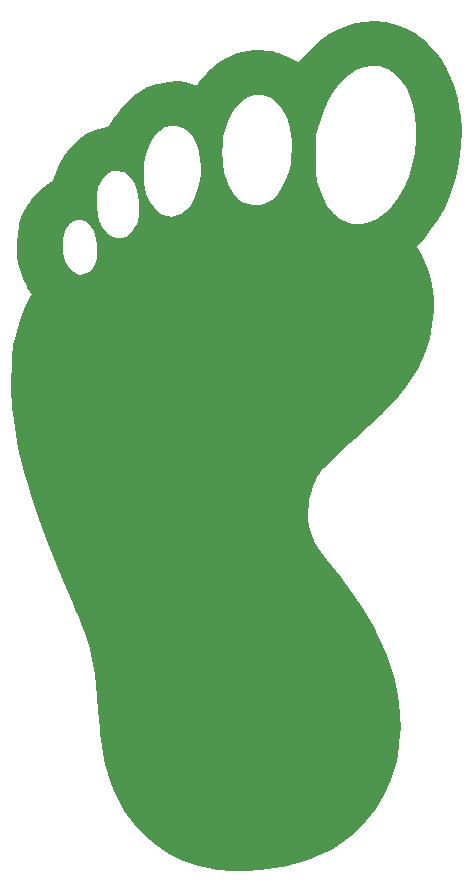
<source format=gbr>
%TF.GenerationSoftware,KiCad,Pcbnew,7.0.5-4d25ed1034~172~ubuntu22.04.1*%
%TF.CreationDate,2023-06-12T10:59:29-06:00*%
%TF.ProjectId,sao-2023-foot,73616f2d-3230-4323-932d-666f6f742e6b,rev?*%
%TF.SameCoordinates,Original*%
%TF.FileFunction,Copper,L1,Top*%
%TF.FilePolarity,Positive*%
%FSLAX46Y46*%
G04 Gerber Fmt 4.6, Leading zero omitted, Abs format (unit mm)*
G04 Created by KiCad (PCBNEW 7.0.5-4d25ed1034~172~ubuntu22.04.1) date 2023-06-12 10:59:29*
%MOMM*%
%LPD*%
G01*
G04 APERTURE LIST*
G04 APERTURE END LIST*
%TA.AperFunction,Conductor*%
%TO.N,GND*%
G36*
X160225307Y-59151883D02*
G01*
X161228133Y-59217900D01*
X161246252Y-59220446D01*
X162163679Y-59419318D01*
X162183048Y-59425208D01*
X163040360Y-59764574D01*
X163058289Y-59773403D01*
X163876708Y-60262072D01*
X163891182Y-60272178D01*
X164381814Y-60669576D01*
X164694502Y-60922844D01*
X164697799Y-60925713D01*
X164824758Y-61044291D01*
X164827396Y-61046907D01*
X165455007Y-61707748D01*
X165459667Y-61713267D01*
X165987237Y-62417846D01*
X165991169Y-62423780D01*
X166089273Y-62592073D01*
X166445855Y-63203778D01*
X166461603Y-63230792D01*
X166463304Y-63233914D01*
X166550051Y-63404514D01*
X166551954Y-63408625D01*
X167025655Y-64538826D01*
X167028123Y-64545879D01*
X167372442Y-65759727D01*
X167373926Y-65766304D01*
X167564782Y-66894027D01*
X167590259Y-67044561D01*
X167590988Y-67050740D01*
X167680091Y-68372409D01*
X167680208Y-68378303D01*
X167642902Y-69722283D01*
X167642476Y-69728015D01*
X167479657Y-71073237D01*
X167478698Y-71078928D01*
X167191321Y-72404332D01*
X167189780Y-72410089D01*
X166778854Y-73694628D01*
X166776628Y-73700533D01*
X166242749Y-74924275D01*
X166240777Y-74928376D01*
X166151850Y-75097171D01*
X166019888Y-75347650D01*
X166018278Y-75350517D01*
X165663727Y-75944716D01*
X165581014Y-76083335D01*
X165578470Y-76087255D01*
X165098658Y-76768889D01*
X165095932Y-76772478D01*
X164528285Y-77465845D01*
X164526797Y-77467595D01*
X164357965Y-77658898D01*
X163877314Y-78196400D01*
X163871469Y-78201439D01*
X163868109Y-78206183D01*
X163866836Y-78207806D01*
X163866129Y-78208902D01*
X163866906Y-78210656D01*
X163866912Y-78210672D01*
X163867864Y-78212379D01*
X163870547Y-78217914D01*
X163875896Y-78224135D01*
X164027269Y-78460318D01*
X164028765Y-78462776D01*
X164138979Y-78653842D01*
X164140098Y-78655868D01*
X164293430Y-78946205D01*
X164294040Y-78947392D01*
X164397086Y-79153115D01*
X164462433Y-79283575D01*
X164505479Y-79372548D01*
X164511234Y-79384442D01*
X164513174Y-79388888D01*
X164891027Y-80356246D01*
X164893522Y-80364154D01*
X165150332Y-81419619D01*
X165151639Y-81426813D01*
X165287401Y-82545376D01*
X165287848Y-82552099D01*
X165301855Y-83706358D01*
X165301593Y-83712866D01*
X165193297Y-84875455D01*
X165192336Y-84881986D01*
X164961279Y-86025709D01*
X164959619Y-86032133D01*
X164645554Y-87025122D01*
X164643706Y-87030187D01*
X164316796Y-87818131D01*
X164314960Y-87822148D01*
X163933490Y-88583461D01*
X163931281Y-88587488D01*
X163484275Y-89335615D01*
X163481856Y-89339351D01*
X162958005Y-90088296D01*
X162955579Y-90091534D01*
X162343562Y-90855209D01*
X162341310Y-90857864D01*
X161629846Y-91650065D01*
X161627884Y-91652152D01*
X160982158Y-92307563D01*
X160805766Y-92486600D01*
X160804142Y-92488188D01*
X159860203Y-93378582D01*
X159858918Y-93379760D01*
X158781661Y-94340123D01*
X158623699Y-94477362D01*
X157883968Y-95124258D01*
X157883794Y-95124400D01*
X157882322Y-95125698D01*
X157879416Y-95128301D01*
X157879293Y-95128426D01*
X157266757Y-95679890D01*
X157264723Y-95681462D01*
X157260330Y-95685646D01*
X157259198Y-95686698D01*
X157258612Y-95687228D01*
X157257996Y-95687856D01*
X156744968Y-96172782D01*
X156743918Y-96173672D01*
X156743163Y-96174439D01*
X156741712Y-96175864D01*
X156740324Y-96177182D01*
X156739353Y-96178320D01*
X156319491Y-96606258D01*
X156318276Y-96607367D01*
X156317828Y-96607870D01*
X156316154Y-96609672D01*
X156315759Y-96610080D01*
X156314766Y-96611337D01*
X155972469Y-97000475D01*
X155971157Y-97001800D01*
X155970698Y-97002386D01*
X155969167Y-97004262D01*
X155968557Y-97004978D01*
X155967506Y-97006565D01*
X155689669Y-97372627D01*
X155688328Y-97374238D01*
X155687300Y-97375724D01*
X155686281Y-97377519D01*
X155459036Y-97737272D01*
X155457438Y-97739546D01*
X155456937Y-97740422D01*
X155455798Y-97742955D01*
X155266399Y-98111517D01*
X155265387Y-98113255D01*
X155264145Y-98115925D01*
X155263474Y-98117811D01*
X155098529Y-98511232D01*
X155097743Y-98512821D01*
X155097429Y-98513688D01*
X155096478Y-98516145D01*
X155096330Y-98516502D01*
X155095877Y-98518013D01*
X154960992Y-98895630D01*
X154960351Y-98897160D01*
X154960196Y-98897675D01*
X154959432Y-98900031D01*
X154959147Y-98900851D01*
X154958764Y-98902518D01*
X154836270Y-99320127D01*
X154835364Y-99322777D01*
X154835327Y-99322932D01*
X154834924Y-99325712D01*
X154754852Y-99747110D01*
X154754311Y-99749346D01*
X154754062Y-99751070D01*
X154753947Y-99753362D01*
X154705497Y-100243623D01*
X154705247Y-100245135D01*
X154705144Y-100246833D01*
X154705006Y-100248654D01*
X154704871Y-100250132D01*
X154704878Y-100251554D01*
X154690483Y-100512508D01*
X154690275Y-100514198D01*
X154690258Y-100515697D01*
X154690194Y-100517896D01*
X154690113Y-100519596D01*
X154690228Y-100521304D01*
X154687382Y-101241876D01*
X154687279Y-101244358D01*
X154687628Y-101246778D01*
X154757059Y-101895601D01*
X154757207Y-101897448D01*
X154757693Y-101899184D01*
X154911304Y-102505704D01*
X154911661Y-102507241D01*
X154912373Y-102508827D01*
X155161590Y-103102661D01*
X155162345Y-103104620D01*
X155163491Y-103106449D01*
X155519419Y-103717747D01*
X155520733Y-103720299D01*
X155521192Y-103721007D01*
X155522959Y-103723230D01*
X155997319Y-104383403D01*
X155998279Y-104384932D01*
X155998618Y-104385356D01*
X156000610Y-104387986D01*
X156001152Y-104388743D01*
X156002430Y-104390134D01*
X156293418Y-104755266D01*
X157454144Y-106222568D01*
X157455552Y-106224420D01*
X157775420Y-106662081D01*
X158476652Y-107621546D01*
X158478257Y-107623850D01*
X159368219Y-108965381D01*
X159369948Y-108968143D01*
X160136596Y-110267811D01*
X160138379Y-110271052D01*
X160789568Y-111542636D01*
X160791293Y-111546293D01*
X161334898Y-112803642D01*
X161336452Y-112807603D01*
X161780445Y-114064906D01*
X161781544Y-114068331D01*
X162027522Y-114919125D01*
X162028626Y-114923551D01*
X162288487Y-116156941D01*
X162316921Y-116291899D01*
X162317870Y-116297798D01*
X162474870Y-117702489D01*
X162475244Y-117708259D01*
X162500682Y-119116300D01*
X162500508Y-119122198D01*
X162475593Y-119444538D01*
X162394040Y-120499622D01*
X162393225Y-120505934D01*
X162154334Y-121820392D01*
X162153496Y-121824288D01*
X162108631Y-122004460D01*
X162107584Y-122008170D01*
X161676133Y-123372873D01*
X161673696Y-123379312D01*
X161111299Y-124647408D01*
X161108014Y-124653791D01*
X160419181Y-125820533D01*
X160415032Y-125826688D01*
X159604632Y-126886065D01*
X159599663Y-126891798D01*
X158672500Y-127837801D01*
X158666811Y-127842930D01*
X157627632Y-128669526D01*
X157621376Y-128673902D01*
X156736327Y-129215135D01*
X156473673Y-129375755D01*
X156469654Y-129378012D01*
X156198868Y-129517065D01*
X156195354Y-129518732D01*
X155063767Y-130012811D01*
X155058266Y-130014908D01*
X153837744Y-130414958D01*
X153832588Y-130416404D01*
X152501050Y-130728718D01*
X152496748Y-130729568D01*
X151195332Y-130939156D01*
X151192568Y-130939538D01*
X150682568Y-130998279D01*
X150680705Y-130998465D01*
X150195481Y-131039557D01*
X150193507Y-131039693D01*
X149759064Y-131062554D01*
X149756523Y-131062636D01*
X149398931Y-131066775D01*
X149394618Y-131066674D01*
X149222178Y-131056635D01*
X149140677Y-131051890D01*
X149138758Y-131051657D01*
X149138447Y-131051657D01*
X149134892Y-131051555D01*
X149134679Y-131051542D01*
X149132762Y-131051662D01*
X148580646Y-131052446D01*
X148580023Y-131052410D01*
X148576963Y-131052451D01*
X148573850Y-131052479D01*
X148573056Y-131052545D01*
X148505784Y-131054189D01*
X148263797Y-131060103D01*
X148260863Y-131060105D01*
X147879673Y-131051374D01*
X147877474Y-131051285D01*
X147829832Y-131048497D01*
X147459357Y-131026820D01*
X147457198Y-131026656D01*
X147112029Y-130994339D01*
X147035266Y-130987152D01*
X147032816Y-130986873D01*
X146904040Y-130969614D01*
X146683520Y-130940059D01*
X146678609Y-130939198D01*
X145329455Y-130646032D01*
X145322393Y-130644053D01*
X144913056Y-130502753D01*
X144055416Y-130206703D01*
X144048393Y-130203786D01*
X142868408Y-129626395D01*
X142861646Y-129622543D01*
X141774508Y-128909430D01*
X141768231Y-128904719D01*
X141687722Y-128835926D01*
X140779747Y-128060084D01*
X140774166Y-128054672D01*
X139890235Y-127082701D01*
X139885464Y-127076757D01*
X139111676Y-125981072D01*
X139108408Y-125975923D01*
X138663677Y-125191991D01*
X138661725Y-125188260D01*
X138252397Y-124336812D01*
X138250776Y-124333138D01*
X137904903Y-123473355D01*
X137903429Y-123469282D01*
X137615332Y-122576844D01*
X137614164Y-122572751D01*
X137472911Y-122004460D01*
X137378087Y-121622961D01*
X137377279Y-121619220D01*
X137187549Y-120587373D01*
X137187050Y-120584205D01*
X137176425Y-120503006D01*
X137038078Y-119445757D01*
X137037805Y-119443270D01*
X137008756Y-119119186D01*
X136924004Y-118173647D01*
X136923899Y-118172315D01*
X136881277Y-117528360D01*
X136881276Y-117528359D01*
X136881261Y-117528142D01*
X136879796Y-117506001D01*
X136879775Y-117505916D01*
X136804149Y-116375139D01*
X136804290Y-116372807D01*
X136803152Y-116359967D01*
X136803033Y-116358411D01*
X136802529Y-116350473D01*
X136802124Y-116348183D01*
X136714386Y-115341315D01*
X136714458Y-115337717D01*
X136713396Y-115329335D01*
X136713106Y-115326540D01*
X136712580Y-115320059D01*
X136711922Y-115316899D01*
X136606137Y-114416619D01*
X136606060Y-114412566D01*
X136604989Y-114406141D01*
X136604524Y-114402791D01*
X136604078Y-114398785D01*
X136603253Y-114395277D01*
X136551071Y-114066211D01*
X136472124Y-113568354D01*
X136471807Y-113564339D01*
X136470975Y-113560455D01*
X136470289Y-113556691D01*
X136470208Y-113556153D01*
X136469670Y-113554253D01*
X136306152Y-112771234D01*
X136305645Y-112766873D01*
X136304341Y-112762021D01*
X136303448Y-112758233D01*
X136302809Y-112755080D01*
X136301481Y-112751226D01*
X136100279Y-111989428D01*
X136099537Y-111985166D01*
X136098168Y-111980970D01*
X136097009Y-111976968D01*
X136096279Y-111974089D01*
X136094736Y-111970242D01*
X135959728Y-111546293D01*
X135848103Y-111195770D01*
X135847270Y-111192007D01*
X135845203Y-111186425D01*
X135844187Y-111183454D01*
X135842679Y-111178651D01*
X135841106Y-111175248D01*
X135837453Y-111165269D01*
X135543183Y-110361273D01*
X135542370Y-110357898D01*
X135538741Y-110349003D01*
X135537845Y-110346673D01*
X135535458Y-110340073D01*
X135533969Y-110337177D01*
X135175631Y-109448057D01*
X135175071Y-109446195D01*
X135171376Y-109437498D01*
X135170207Y-109434608D01*
X135169786Y-109433771D01*
X134970487Y-108966739D01*
X134819968Y-108614015D01*
X134396426Y-107623856D01*
X133985017Y-106662060D01*
X133234626Y-104840968D01*
X132564967Y-103138446D01*
X131972399Y-101542697D01*
X131971971Y-101541502D01*
X131452697Y-100040396D01*
X131452212Y-100038931D01*
X131225200Y-99322963D01*
X131002218Y-98619704D01*
X131001706Y-98618002D01*
X130617118Y-97268278D01*
X130616612Y-97266382D01*
X130551282Y-97004978D01*
X130293608Y-95973945D01*
X130293114Y-95971809D01*
X130232364Y-95686135D01*
X130027802Y-94724188D01*
X130027377Y-94721988D01*
X129815917Y-93506850D01*
X129815557Y-93504522D01*
X129654057Y-92309175D01*
X129653866Y-92307614D01*
X129604232Y-91850262D01*
X129604045Y-91848204D01*
X129566477Y-91334240D01*
X129566353Y-91331955D01*
X129544148Y-90712565D01*
X129544117Y-90711263D01*
X129536493Y-90021741D01*
X129542681Y-89298737D01*
X129561867Y-88579064D01*
X129593204Y-87899435D01*
X129593289Y-87897985D01*
X129598648Y-87822148D01*
X129635893Y-87294999D01*
X129636098Y-87292716D01*
X129689083Y-86802237D01*
X129689494Y-86799152D01*
X129723102Y-86588486D01*
X129723763Y-86584993D01*
X129921263Y-85684979D01*
X129922058Y-85681778D01*
X130169455Y-84789356D01*
X130170414Y-84786228D01*
X130453723Y-83943713D01*
X130455043Y-83940156D01*
X130760193Y-83189823D01*
X130762084Y-83185633D01*
X131019855Y-82666519D01*
X131021136Y-82664077D01*
X131252904Y-82245184D01*
X131254054Y-82243271D01*
X131254089Y-82243068D01*
X131254091Y-82243067D01*
X131254090Y-82243064D01*
X131254112Y-82242944D01*
X131254077Y-82242823D01*
X131254078Y-82242821D01*
X131254076Y-82242819D01*
X131254028Y-82242648D01*
X131252771Y-82240960D01*
X131235868Y-82216603D01*
X131023007Y-81909872D01*
X131020327Y-81905655D01*
X130893640Y-81687148D01*
X130829781Y-81577004D01*
X130827117Y-81571872D01*
X130758532Y-81423179D01*
X130622386Y-81128013D01*
X130620954Y-81124648D01*
X130421955Y-80614951D01*
X130420833Y-80611831D01*
X130247964Y-80087339D01*
X130246990Y-80084079D01*
X130144757Y-79703697D01*
X130143436Y-79697552D01*
X130115401Y-79524903D01*
X130055492Y-79155958D01*
X130054820Y-79150011D01*
X130013352Y-78506906D01*
X130013225Y-78502550D01*
X130014584Y-78292910D01*
X133924628Y-78292910D01*
X133924629Y-78292940D01*
X133931409Y-78457679D01*
X133931411Y-78457718D01*
X133931412Y-78457725D01*
X133931645Y-78461096D01*
X133957827Y-78839723D01*
X133974581Y-78946235D01*
X134002951Y-79126596D01*
X134011868Y-79155962D01*
X134077634Y-79372548D01*
X134192733Y-79631787D01*
X134228590Y-79700874D01*
X134245598Y-79733643D01*
X134488572Y-80087368D01*
X134511064Y-80120111D01*
X134817255Y-80405772D01*
X135131016Y-80557904D01*
X135314008Y-80589370D01*
X135314010Y-80589370D01*
X135314016Y-80589371D01*
X135735542Y-80552765D01*
X136111966Y-80359303D01*
X136434551Y-80014759D01*
X136694559Y-79524904D01*
X136754647Y-79304419D01*
X136801718Y-78914951D01*
X136809486Y-78653842D01*
X136815362Y-78456343D01*
X136805488Y-78210656D01*
X136796311Y-77982292D01*
X136745292Y-77546540D01*
X136663035Y-77202798D01*
X136539307Y-76906824D01*
X136452983Y-76772478D01*
X136317799Y-76562090D01*
X136265363Y-76480483D01*
X135934244Y-76172257D01*
X135934243Y-76172256D01*
X135934241Y-76172255D01*
X135566915Y-75990787D01*
X135375620Y-75967751D01*
X135184330Y-75944716D01*
X135184329Y-75944716D01*
X135184327Y-75944716D01*
X134807458Y-76042686D01*
X134807455Y-76042687D01*
X134457258Y-76293339D01*
X134394125Y-76359772D01*
X134158127Y-76700516D01*
X134158126Y-76700518D01*
X134005854Y-77118861D01*
X133930343Y-77640948D01*
X133930343Y-77640952D01*
X133927612Y-77952603D01*
X133924628Y-78292910D01*
X130014584Y-78292910D01*
X130017658Y-77818486D01*
X130017828Y-77814307D01*
X130067334Y-77151278D01*
X130067946Y-77146076D01*
X130161558Y-76564351D01*
X130162453Y-76559865D01*
X130189754Y-76445564D01*
X130191288Y-76440222D01*
X130231264Y-76321373D01*
X130481462Y-75577514D01*
X130484780Y-75569537D01*
X130887611Y-74764240D01*
X130891983Y-74756837D01*
X131083623Y-74478472D01*
X136816225Y-74478472D01*
X136816420Y-74548077D01*
X136822325Y-75019948D01*
X136822326Y-75019972D01*
X136839291Y-75368818D01*
X136839292Y-75368823D01*
X136839292Y-75368833D01*
X136871999Y-75634529D01*
X136925138Y-75857110D01*
X136925139Y-75857114D01*
X136948288Y-75922033D01*
X137003394Y-76076571D01*
X137030577Y-76141330D01*
X137041581Y-76167544D01*
X137259486Y-76564377D01*
X137305123Y-76647487D01*
X137631762Y-77057143D01*
X137631763Y-77057144D01*
X137631765Y-77057146D01*
X137742659Y-77148669D01*
X137983908Y-77347778D01*
X137983916Y-77347783D01*
X138163739Y-77426404D01*
X138163743Y-77426405D01*
X138517760Y-77495691D01*
X138517765Y-77495691D01*
X138517774Y-77495693D01*
X138898296Y-77499409D01*
X139225704Y-77432142D01*
X139283056Y-77407328D01*
X139583914Y-77190344D01*
X139875030Y-76847617D01*
X140126498Y-76412983D01*
X140168845Y-76321354D01*
X140248380Y-76122049D01*
X140299742Y-75922033D01*
X140328981Y-75679440D01*
X140342147Y-75352409D01*
X140345290Y-74899076D01*
X140336719Y-74418990D01*
X140291619Y-73868246D01*
X140199729Y-73412869D01*
X140052015Y-73012263D01*
X139994077Y-72906939D01*
X139839443Y-72625831D01*
X139781383Y-72538997D01*
X139781373Y-72538985D01*
X139427686Y-72159572D01*
X139427678Y-72159566D01*
X139060057Y-71937200D01*
X140756020Y-71937200D01*
X140757162Y-71965593D01*
X140765122Y-72163545D01*
X140782845Y-72604298D01*
X140782846Y-72604307D01*
X140816598Y-72881600D01*
X140855048Y-73197495D01*
X140859174Y-73231387D01*
X140982512Y-73757332D01*
X140982514Y-73757339D01*
X141024609Y-73868255D01*
X141118344Y-74115240D01*
X141317305Y-74478546D01*
X141412838Y-74652991D01*
X141773954Y-75097170D01*
X142179803Y-75422897D01*
X142608493Y-75605295D01*
X142745063Y-75634529D01*
X142833593Y-75653480D01*
X142833596Y-75653480D01*
X142833599Y-75653481D01*
X142980521Y-75666468D01*
X143053982Y-75672962D01*
X143053982Y-75672961D01*
X143053983Y-75672962D01*
X143277052Y-75643309D01*
X143580728Y-75560972D01*
X143888232Y-75437729D01*
X144337929Y-75124040D01*
X144721245Y-74689821D01*
X145036619Y-74156835D01*
X145282491Y-73546841D01*
X145457299Y-72881601D01*
X145559482Y-72182876D01*
X145587478Y-71472428D01*
X145539727Y-70772017D01*
X145444005Y-70260258D01*
X147418952Y-70260258D01*
X147430811Y-70905462D01*
X147430812Y-70905496D01*
X147477268Y-71491421D01*
X147477269Y-71491429D01*
X147506500Y-71660997D01*
X147558808Y-71964440D01*
X147559008Y-71965597D01*
X147607330Y-72136051D01*
X147674607Y-72373368D01*
X147674611Y-72373380D01*
X147963594Y-73097757D01*
X147963596Y-73097760D01*
X148325652Y-73705525D01*
X148371941Y-73757339D01*
X148750709Y-74181319D01*
X148829203Y-74235261D01*
X149228691Y-74509795D01*
X149228692Y-74509795D01*
X149228693Y-74509796D01*
X149385478Y-74572036D01*
X149542267Y-74634279D01*
X150088180Y-74733382D01*
X150636566Y-74706581D01*
X151131857Y-74552626D01*
X151617402Y-74235261D01*
X152078976Y-73763637D01*
X152488606Y-73164344D01*
X152832984Y-72456943D01*
X153098804Y-71660997D01*
X153183001Y-71255822D01*
X153211481Y-71014085D01*
X155321656Y-71014085D01*
X155325607Y-71507781D01*
X155325607Y-71507807D01*
X155325608Y-71507833D01*
X155334004Y-71786348D01*
X155337145Y-71890549D01*
X155337145Y-71890554D01*
X155358716Y-72194221D01*
X155358718Y-72194243D01*
X155392774Y-72450866D01*
X155392775Y-72450875D01*
X155441768Y-72692440D01*
X155495658Y-72902261D01*
X155498577Y-72913630D01*
X155508149Y-72950897D01*
X155508158Y-72950931D01*
X155560574Y-73134718D01*
X155560580Y-73134735D01*
X155888126Y-74027611D01*
X155888126Y-74027612D01*
X156297546Y-74781744D01*
X156786229Y-75393739D01*
X156786232Y-75393742D01*
X156821566Y-75422897D01*
X157351584Y-75860228D01*
X157991000Y-76177819D01*
X157991003Y-76177819D01*
X157991004Y-76177820D01*
X158451372Y-76288268D01*
X158451376Y-76288269D01*
X158473159Y-76289012D01*
X159067426Y-76309309D01*
X159696301Y-76210361D01*
X160284982Y-75995634D01*
X160497408Y-75882565D01*
X161162198Y-75411885D01*
X161771333Y-74801884D01*
X162317058Y-74069888D01*
X162791614Y-73233229D01*
X163187245Y-72309234D01*
X163496193Y-71315234D01*
X163710702Y-70268558D01*
X163823014Y-69186534D01*
X163825371Y-68086493D01*
X163750708Y-67267714D01*
X163708996Y-67047521D01*
X163571828Y-66323417D01*
X163571823Y-66323395D01*
X163303571Y-65468036D01*
X163303569Y-65468032D01*
X162961641Y-64734767D01*
X162952688Y-64715567D01*
X162952687Y-64715566D01*
X162952686Y-64715563D01*
X162952686Y-64715562D01*
X162653426Y-64269857D01*
X162525922Y-64079957D01*
X162030019Y-63575167D01*
X162030018Y-63575166D01*
X161471727Y-63215158D01*
X161464298Y-63211611D01*
X161447889Y-63203778D01*
X161119721Y-63089601D01*
X160770918Y-62968245D01*
X160770913Y-62968244D01*
X160432275Y-62933922D01*
X160093639Y-62899601D01*
X160093638Y-62899601D01*
X160008825Y-62911830D01*
X159420629Y-62996643D01*
X158756448Y-63258171D01*
X158105666Y-63682976D01*
X158105664Y-63682977D01*
X157472835Y-64269859D01*
X157424064Y-64322686D01*
X156823926Y-65074853D01*
X156318773Y-65920543D01*
X155897764Y-66880657D01*
X155550079Y-67976041D01*
X155550074Y-67976059D01*
X155547042Y-67987343D01*
X155471384Y-68281520D01*
X155471380Y-68281536D01*
X155415250Y-68542541D01*
X155415242Y-68542586D01*
X155375622Y-68804039D01*
X155349509Y-69099555D01*
X155349508Y-69099570D01*
X155333914Y-69462592D01*
X155325837Y-69926719D01*
X155322878Y-70425303D01*
X155322434Y-70500141D01*
X155322434Y-70743400D01*
X155322352Y-70772005D01*
X155321656Y-71014085D01*
X153211481Y-71014085D01*
X153255503Y-70640434D01*
X153288500Y-69965194D01*
X153281285Y-69285765D01*
X153233156Y-68657811D01*
X153168314Y-68281536D01*
X153143407Y-68136999D01*
X153143405Y-68136991D01*
X153079765Y-67900058D01*
X153079765Y-67900057D01*
X152847691Y-67267712D01*
X152814159Y-67176344D01*
X152472026Y-66550929D01*
X152066125Y-66040802D01*
X152066123Y-66040800D01*
X152066122Y-66040799D01*
X151609219Y-65662957D01*
X151609218Y-65662956D01*
X151114064Y-65434385D01*
X151114062Y-65434384D01*
X151114058Y-65434383D01*
X150735152Y-65358446D01*
X150163575Y-65374328D01*
X149616928Y-65544333D01*
X149105147Y-65860033D01*
X149105140Y-65860038D01*
X148638136Y-66313021D01*
X148225826Y-66894880D01*
X147878143Y-67597180D01*
X147605015Y-68411485D01*
X147605006Y-68411516D01*
X147584189Y-68494402D01*
X147496323Y-69002185D01*
X147496321Y-69002195D01*
X147441019Y-69608305D01*
X147441017Y-69608326D01*
X147419937Y-70231195D01*
X147418952Y-70260258D01*
X145444005Y-70260258D01*
X145414667Y-70103405D01*
X145210736Y-69488352D01*
X144926374Y-68948621D01*
X144560020Y-68505971D01*
X144110112Y-68182165D01*
X144068337Y-68160907D01*
X144068336Y-68160906D01*
X144068335Y-68160906D01*
X143814753Y-68075964D01*
X143557407Y-67989762D01*
X143544504Y-67989438D01*
X143055218Y-67977183D01*
X142573094Y-68114289D01*
X142573090Y-68114290D01*
X142122342Y-68392193D01*
X142122338Y-68392196D01*
X141714274Y-68802021D01*
X141360212Y-69334882D01*
X141071470Y-69981895D01*
X141071469Y-69981896D01*
X140859359Y-70734187D01*
X140781185Y-71291156D01*
X140756020Y-71937186D01*
X140756020Y-71937192D01*
X140756020Y-71937200D01*
X139060057Y-71937200D01*
X139005087Y-71903950D01*
X139005085Y-71903949D01*
X138544694Y-71786348D01*
X138544693Y-71786348D01*
X138311150Y-71803658D01*
X138077606Y-71820969D01*
X138077599Y-71820970D01*
X138067296Y-71823672D01*
X137788730Y-71964439D01*
X137788729Y-71964440D01*
X137492753Y-72218921D01*
X137492751Y-72218922D01*
X137492749Y-72218925D01*
X137220417Y-72545431D01*
X137220415Y-72545432D01*
X137220415Y-72545434D01*
X137012799Y-72902249D01*
X137012792Y-72902261D01*
X136967162Y-73007100D01*
X136899023Y-73197495D01*
X136899021Y-73197500D01*
X136854691Y-73401103D01*
X136854689Y-73401114D01*
X136829335Y-73656644D01*
X136829335Y-73656645D01*
X136818122Y-74002892D01*
X136817310Y-74206656D01*
X136816225Y-74478472D01*
X131083623Y-74478472D01*
X131386913Y-74037931D01*
X131398453Y-74023582D01*
X131965089Y-73417500D01*
X131980763Y-73403367D01*
X132609259Y-72927101D01*
X132614352Y-72923627D01*
X132616550Y-72922282D01*
X132619375Y-72920555D01*
X132622294Y-72919124D01*
X132628213Y-72915207D01*
X132630447Y-72913797D01*
X132638375Y-72909021D01*
X132640916Y-72906939D01*
X132895193Y-72741666D01*
X132896278Y-72740979D01*
X132897113Y-72740179D01*
X133058178Y-72589851D01*
X133060316Y-72588046D01*
X133060774Y-72587464D01*
X133062002Y-72585029D01*
X133168056Y-72397836D01*
X133168352Y-72397330D01*
X133168358Y-72397324D01*
X133168360Y-72397316D01*
X133168387Y-72397271D01*
X133168399Y-72397231D01*
X133168402Y-72397228D01*
X133168402Y-72397223D01*
X133168574Y-72396695D01*
X133258439Y-72137711D01*
X133259356Y-72135240D01*
X133587354Y-71307454D01*
X133595084Y-71291416D01*
X133595230Y-71291162D01*
X134036166Y-70522799D01*
X134040893Y-70515735D01*
X134580278Y-69818355D01*
X134585936Y-69811996D01*
X135199081Y-69211760D01*
X135212840Y-69200124D01*
X135879197Y-68715063D01*
X135896293Y-68704622D01*
X136599254Y-68349859D01*
X136620131Y-68341600D01*
X137306441Y-68139780D01*
X137312334Y-68138357D01*
X137792497Y-68047106D01*
X137798358Y-68046986D01*
X137813165Y-68043219D01*
X137813167Y-68043220D01*
X137813168Y-68043218D01*
X137813341Y-68043175D01*
X137813382Y-68043146D01*
X137813480Y-68043000D01*
X137813482Y-68043000D01*
X137813482Y-68042998D01*
X137822166Y-68030231D01*
X137824266Y-68024795D01*
X138188382Y-67412876D01*
X138190319Y-67409828D01*
X138540185Y-66894019D01*
X138543466Y-66889617D01*
X138980148Y-66355016D01*
X138983135Y-66351623D01*
X139463515Y-65844981D01*
X139467076Y-65841517D01*
X139550844Y-65766306D01*
X139946988Y-65410627D01*
X139951216Y-65407157D01*
X140229241Y-65198926D01*
X140235863Y-65194598D01*
X141038307Y-64740662D01*
X141056627Y-64732188D01*
X141901292Y-64422244D01*
X141920845Y-64416839D01*
X142789978Y-64251688D01*
X142810744Y-64249532D01*
X143681038Y-64232873D01*
X143702917Y-64234396D01*
X144256551Y-64322686D01*
X144559414Y-64370985D01*
X144566245Y-64372473D01*
X144700812Y-64409842D01*
X144741492Y-64421139D01*
X144744226Y-64421898D01*
X144745381Y-64422231D01*
X145185569Y-64554214D01*
X145189375Y-64556096D01*
X145204579Y-64559973D01*
X145206074Y-64560389D01*
X145206198Y-64560375D01*
X145206356Y-64560284D01*
X145207415Y-64558922D01*
X145219369Y-64544299D01*
X145221278Y-64540330D01*
X145309844Y-64422249D01*
X145416909Y-64279503D01*
X145419671Y-64276083D01*
X145443402Y-64248733D01*
X146101432Y-63490339D01*
X146113841Y-63477934D01*
X146882594Y-62811325D01*
X146896892Y-62800630D01*
X147735585Y-62262917D01*
X147752145Y-62253996D01*
X147824669Y-62221761D01*
X148645151Y-61857078D01*
X148652022Y-61854500D01*
X149074567Y-61723991D01*
X149081741Y-61722238D01*
X149100605Y-61718803D01*
X149522102Y-61642050D01*
X149528212Y-61641249D01*
X150072600Y-61597436D01*
X150076774Y-61597244D01*
X150663143Y-61590332D01*
X150667146Y-61590415D01*
X151232311Y-61620568D01*
X151237512Y-61621068D01*
X151719724Y-61688177D01*
X151725122Y-61689174D01*
X151850788Y-61718209D01*
X151855856Y-61719610D01*
X152158650Y-61817423D01*
X152162076Y-61818642D01*
X152548481Y-61969093D01*
X152550782Y-61970044D01*
X152953770Y-62146529D01*
X152955550Y-62147343D01*
X153111552Y-62221770D01*
X153847952Y-62583508D01*
X153854049Y-62587750D01*
X153862344Y-62590891D01*
X153865298Y-62592175D01*
X153865444Y-62592177D01*
X153865705Y-62592073D01*
X153868196Y-62589647D01*
X153874860Y-62583822D01*
X153879169Y-62577518D01*
X154580526Y-61832470D01*
X154581821Y-61831136D01*
X155222335Y-61192594D01*
X155226060Y-61189176D01*
X155838416Y-60672353D01*
X155843396Y-60668566D01*
X156471656Y-60239255D01*
X156476875Y-60236057D01*
X157149971Y-59868164D01*
X157154879Y-59865757D01*
X157927967Y-59528287D01*
X157934906Y-59525740D01*
X158666780Y-59305505D01*
X158675017Y-59303628D01*
X159431544Y-59184861D01*
X159438562Y-59184166D01*
X160218707Y-59151804D01*
X160225307Y-59151883D01*
G37*
%TD.AperFunction*%
%TD*%
M02*

</source>
